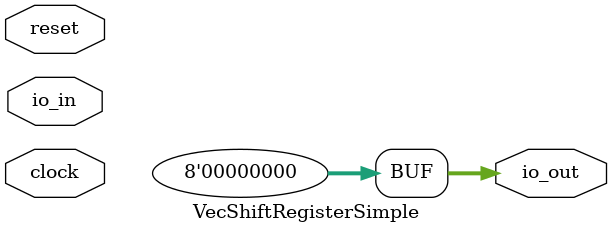
<source format=v>
module VecShiftRegisterSimple(
  input        clock,
  input        reset,
  input  [7:0] io_in,
  output [7:0] io_out
);
  assign io_out = 8'h0; // @[VecShiftRegisterSimple.scala 22:10]
endmodule

</source>
